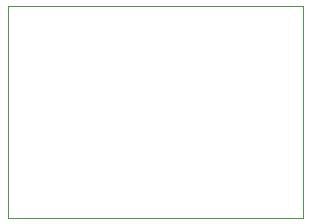
<source format=gbr>
%TF.GenerationSoftware,KiCad,Pcbnew,5.1.12-1.fc35*%
%TF.CreationDate,2021-11-27T14:33:04+00:00*%
%TF.ProjectId,kiCAD_TriSchmittPanelMount_v003,6b694341-445f-4547-9269-5363686d6974,rev?*%
%TF.SameCoordinates,Original*%
%TF.FileFunction,Profile,NP*%
%FSLAX46Y46*%
G04 Gerber Fmt 4.6, Leading zero omitted, Abs format (unit mm)*
G04 Created by KiCad (PCBNEW 5.1.12-1.fc35) date 2021-11-27 14:33:04*
%MOMM*%
%LPD*%
G01*
G04 APERTURE LIST*
%TA.AperFunction,Profile*%
%ADD10C,0.050000*%
%TD*%
G04 APERTURE END LIST*
D10*
X190600000Y-81100000D02*
X215600000Y-81100000D01*
X215600000Y-81100000D02*
X215600000Y-63100000D01*
X190600000Y-81100000D02*
X190600000Y-63100000D01*
X190600000Y-63100000D02*
X215600000Y-63100000D01*
M02*

</source>
